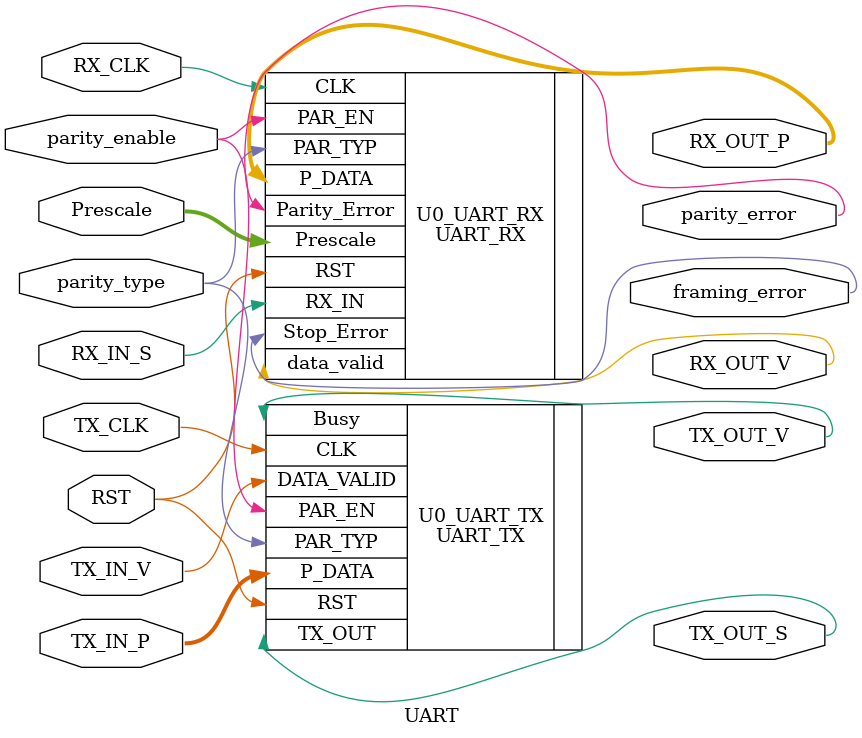
<source format=v>

module UART # ( parameter DATA_WIDTH = 8) (
    input   wire                          RST,
    input   wire                          TX_CLK,
    input   wire                          RX_CLK,
    input   wire                          RX_IN_S,
    input   wire   [DATA_WIDTH-1:0]       TX_IN_P, 
    input   wire                          TX_IN_V, 
    input   wire   [5:0]                  Prescale, 
    input   wire                          parity_enable,
    input   wire                          parity_type,
    output  wire                          TX_OUT_S,
    output  wire                          TX_OUT_V,  
    output  wire   [DATA_WIDTH-1:0]       RX_OUT_P, 
    output  wire                          RX_OUT_V,
    output  wire                          parity_error,
    output  wire                          framing_error
);


UART_TX  #(.DATA_WIDTH(DATA_WIDTH)) U0_UART_TX (
    .CLK(TX_CLK),
    .RST(RST),
    .P_DATA(TX_IN_P),
    .DATA_VALID(TX_IN_V),
    .PAR_EN(parity_enable),
    .PAR_TYP(parity_type), 
    .TX_OUT(TX_OUT_S),
    .Busy(TX_OUT_V)
);
 
 
UART_RX  #(.DATA_WIDTH(DATA_WIDTH)) U0_UART_RX (
    .CLK(RX_CLK),
    .RST(RST),
    .RX_IN(RX_IN_S),
    .Prescale(Prescale),
    .PAR_EN(parity_enable),
    .PAR_TYP(parity_type),
    .P_DATA(RX_OUT_P), 
    .data_valid(RX_OUT_V),
    .Parity_Error(parity_error),
    .Stop_Error(framing_error)
);

endmodule
 

</source>
